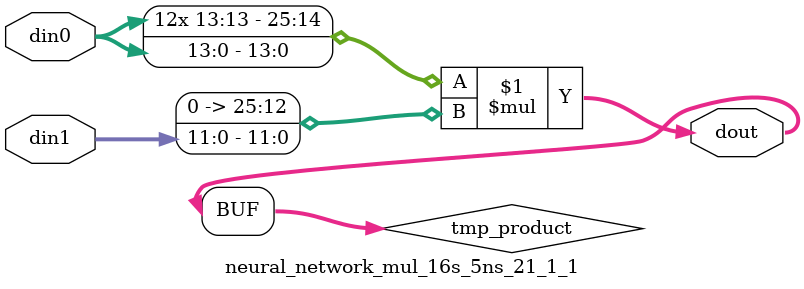
<source format=v>

`timescale 1 ns / 1 ps

  module neural_network_mul_16s_5ns_21_1_1(din0, din1, dout);
parameter ID = 1;
parameter NUM_STAGE = 0;
parameter din0_WIDTH = 14;
parameter din1_WIDTH = 12;
parameter dout_WIDTH = 26;

input [din0_WIDTH - 1 : 0] din0; 
input [din1_WIDTH - 1 : 0] din1; 
output [dout_WIDTH - 1 : 0] dout;

wire signed [dout_WIDTH - 1 : 0] tmp_product;












assign tmp_product = $signed(din0) * $signed({1'b0, din1});









assign dout = tmp_product;







endmodule

</source>
